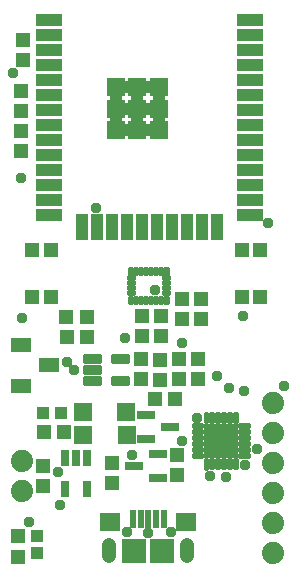
<source format=gbr>
G04 EAGLE Gerber RS-274X export*
G75*
%MOMM*%
%FSLAX34Y34*%
%LPD*%
%INSoldermask Top*%
%IPPOS*%
%AMOC8*
5,1,8,0,0,1.08239X$1,22.5*%
G01*
%ADD10R,1.203200X1.303200*%
%ADD11R,1.303200X1.203200*%
%ADD12R,1.603200X1.603200*%
%ADD13R,0.603200X1.553200*%
%ADD14R,1.803200X1.603200*%
%ADD15R,2.103200X2.103200*%
%ADD16C,0.703200*%
%ADD17C,1.211200*%
%ADD18C,1.879600*%
%ADD19R,1.003200X1.003200*%
%ADD20R,1.803200X1.203200*%
%ADD21R,0.762000X1.473200*%
%ADD22R,1.524000X0.762000*%
%ADD23C,0.222272*%
%ADD24R,2.203200X1.103200*%
%ADD25R,1.103200X2.203200*%
%ADD26R,1.533200X1.533200*%
%ADD27C,1.061200*%
%ADD28C,0.222334*%
%ADD29R,2.903200X2.903200*%
%ADD30C,1.011200*%
%ADD31C,0.297181*%
%ADD32R,1.203200X1.203200*%
%ADD33C,0.959600*%


D10*
X114900Y213600D03*
X114900Y196600D03*
X130700Y213800D03*
X130700Y196800D03*
X161900Y177400D03*
X161900Y160400D03*
X145900Y177200D03*
X145900Y160200D03*
X113900Y177400D03*
X113900Y160400D03*
X129900Y177000D03*
X129900Y160000D03*
D11*
X67800Y213100D03*
X50800Y213100D03*
D10*
X30900Y86600D03*
X30900Y69600D03*
D12*
X101600Y132600D03*
X64600Y132600D03*
X102100Y113600D03*
X65100Y113600D03*
D13*
X107000Y42150D03*
X113500Y42150D03*
X120000Y42150D03*
X126500Y42150D03*
X133000Y42150D03*
D14*
X88000Y39900D03*
X152000Y39900D03*
D15*
X108000Y15400D03*
X132000Y15400D03*
D16*
X87000Y15400D03*
X153000Y15400D03*
D17*
X87000Y10360D02*
X87000Y20440D01*
X153000Y20440D02*
X153000Y10360D01*
D18*
X13500Y91300D03*
X13500Y65900D03*
D19*
X26200Y13100D03*
X26200Y28100D03*
X31100Y131700D03*
X46100Y131700D03*
D10*
X12300Y387700D03*
X12300Y404700D03*
X9700Y27300D03*
X9700Y10300D03*
X12500Y353400D03*
X12500Y370400D03*
D11*
X142400Y143500D03*
X125400Y143500D03*
D10*
X144500Y96200D03*
X144500Y79200D03*
D11*
X50900Y196500D03*
X67900Y196500D03*
D10*
X148500Y228600D03*
X148500Y211600D03*
X164500Y228100D03*
X164500Y211100D03*
X89500Y72400D03*
X89500Y89400D03*
D11*
X32000Y115500D03*
X49000Y115500D03*
D20*
X35700Y172100D03*
X12700Y189600D03*
X12700Y154600D03*
D21*
X67998Y93354D03*
X58600Y93354D03*
X49202Y93354D03*
X49202Y67446D03*
X67998Y67446D03*
D22*
X117940Y130160D03*
X117940Y109840D03*
X138260Y120000D03*
X128660Y76940D03*
X128660Y97260D03*
X108340Y87100D03*
D23*
X133745Y225245D02*
X133745Y230355D01*
X136355Y230355D01*
X136355Y225245D01*
X133745Y225245D01*
X133745Y227357D02*
X136355Y227357D01*
X136355Y229469D02*
X133745Y229469D01*
X132145Y232245D02*
X137255Y232245D01*
X132145Y232245D02*
X132145Y234855D01*
X137255Y234855D01*
X137255Y232245D01*
X137255Y234357D02*
X132145Y234357D01*
X132145Y236545D02*
X137255Y236545D01*
X132145Y236545D02*
X132145Y239155D01*
X137255Y239155D01*
X137255Y236545D01*
X137255Y238657D02*
X132145Y238657D01*
X132145Y240845D02*
X137255Y240845D01*
X132145Y240845D02*
X132145Y243455D01*
X137255Y243455D01*
X137255Y240845D01*
X137255Y242957D02*
X132145Y242957D01*
X132145Y245145D02*
X137255Y245145D01*
X132145Y245145D02*
X132145Y247755D01*
X137255Y247755D01*
X137255Y245145D01*
X137255Y247257D02*
X132145Y247257D01*
X136355Y249645D02*
X136355Y254755D01*
X136355Y249645D02*
X133745Y249645D01*
X133745Y254755D01*
X136355Y254755D01*
X136355Y251757D02*
X133745Y251757D01*
X133745Y253869D02*
X136355Y253869D01*
X132055Y254755D02*
X132055Y249645D01*
X129445Y249645D01*
X129445Y254755D01*
X132055Y254755D01*
X132055Y251757D02*
X129445Y251757D01*
X129445Y253869D02*
X132055Y253869D01*
X127755Y254755D02*
X127755Y249645D01*
X125145Y249645D01*
X125145Y254755D01*
X127755Y254755D01*
X127755Y251757D02*
X125145Y251757D01*
X125145Y253869D02*
X127755Y253869D01*
X123455Y254755D02*
X123455Y249645D01*
X120845Y249645D01*
X120845Y254755D01*
X123455Y254755D01*
X123455Y251757D02*
X120845Y251757D01*
X120845Y253869D02*
X123455Y253869D01*
X119155Y254755D02*
X119155Y249645D01*
X116545Y249645D01*
X116545Y254755D01*
X119155Y254755D01*
X119155Y251757D02*
X116545Y251757D01*
X116545Y253869D02*
X119155Y253869D01*
X114855Y254755D02*
X114855Y249645D01*
X112245Y249645D01*
X112245Y254755D01*
X114855Y254755D01*
X114855Y251757D02*
X112245Y251757D01*
X112245Y253869D02*
X114855Y253869D01*
X110555Y254755D02*
X110555Y249645D01*
X107945Y249645D01*
X107945Y254755D01*
X110555Y254755D01*
X110555Y251757D02*
X107945Y251757D01*
X107945Y253869D02*
X110555Y253869D01*
X106255Y254755D02*
X106255Y249645D01*
X103645Y249645D01*
X103645Y254755D01*
X106255Y254755D01*
X106255Y251757D02*
X103645Y251757D01*
X103645Y253869D02*
X106255Y253869D01*
X107855Y247755D02*
X102745Y247755D01*
X107855Y247755D02*
X107855Y245145D01*
X102745Y245145D01*
X102745Y247755D01*
X102745Y247257D02*
X107855Y247257D01*
X107855Y243455D02*
X102745Y243455D01*
X107855Y243455D02*
X107855Y240845D01*
X102745Y240845D01*
X102745Y243455D01*
X102745Y242957D02*
X107855Y242957D01*
X107855Y239155D02*
X102745Y239155D01*
X107855Y239155D02*
X107855Y236545D01*
X102745Y236545D01*
X102745Y239155D01*
X102745Y238657D02*
X107855Y238657D01*
X107855Y234855D02*
X102745Y234855D01*
X107855Y234855D02*
X107855Y232245D01*
X102745Y232245D01*
X102745Y234855D01*
X102745Y234357D02*
X107855Y234357D01*
X103645Y230355D02*
X103645Y225245D01*
X103645Y230355D02*
X106255Y230355D01*
X106255Y225245D01*
X103645Y225245D01*
X103645Y227357D02*
X106255Y227357D01*
X106255Y229469D02*
X103645Y229469D01*
X107945Y230355D02*
X107945Y225245D01*
X107945Y230355D02*
X110555Y230355D01*
X110555Y225245D01*
X107945Y225245D01*
X107945Y227357D02*
X110555Y227357D01*
X110555Y229469D02*
X107945Y229469D01*
X112245Y230355D02*
X112245Y225245D01*
X112245Y230355D02*
X114855Y230355D01*
X114855Y225245D01*
X112245Y225245D01*
X112245Y227357D02*
X114855Y227357D01*
X114855Y229469D02*
X112245Y229469D01*
X116545Y230355D02*
X116545Y225245D01*
X116545Y230355D02*
X119155Y230355D01*
X119155Y225245D01*
X116545Y225245D01*
X116545Y227357D02*
X119155Y227357D01*
X119155Y229469D02*
X116545Y229469D01*
X120845Y230355D02*
X120845Y225245D01*
X120845Y230355D02*
X123455Y230355D01*
X123455Y225245D01*
X120845Y225245D01*
X120845Y227357D02*
X123455Y227357D01*
X123455Y229469D02*
X120845Y229469D01*
X125145Y230355D02*
X125145Y225245D01*
X125145Y230355D02*
X127755Y230355D01*
X127755Y225245D01*
X125145Y225245D01*
X125145Y227357D02*
X127755Y227357D01*
X127755Y229469D02*
X125145Y229469D01*
X129445Y230355D02*
X129445Y225245D01*
X129445Y230355D02*
X132055Y230355D01*
X132055Y225245D01*
X129445Y225245D01*
X129445Y227357D02*
X132055Y227357D01*
X132055Y229469D02*
X129445Y229469D01*
D24*
X35800Y464500D03*
X35800Y451800D03*
X35800Y439100D03*
X35800Y426400D03*
X35800Y413700D03*
X35800Y401000D03*
X35800Y388300D03*
X35800Y375600D03*
X35800Y362900D03*
X35800Y350200D03*
X35800Y337500D03*
X35800Y324800D03*
X35800Y312100D03*
X35800Y299400D03*
D25*
X63650Y289400D03*
X76350Y289400D03*
X89050Y289400D03*
X101750Y289400D03*
X114450Y289400D03*
X127150Y289400D03*
X139850Y289400D03*
X152550Y289400D03*
X165250Y289400D03*
X177950Y289400D03*
D24*
X205800Y299400D03*
X205800Y312100D03*
X205800Y324800D03*
X205800Y337500D03*
X205800Y350200D03*
X205800Y362900D03*
X205800Y375600D03*
X205800Y388300D03*
X205800Y401000D03*
X205800Y413700D03*
X205800Y426400D03*
X205800Y439100D03*
X205800Y451800D03*
X205800Y464500D03*
D26*
X92450Y407850D03*
X110800Y407850D03*
X129150Y407850D03*
X92450Y389500D03*
X110800Y389500D03*
X129150Y389500D03*
X92450Y371150D03*
X110800Y371150D03*
X129150Y371150D03*
D27*
X101625Y407850D03*
X119975Y407850D03*
X92450Y398675D03*
X110800Y398675D03*
X129150Y398675D03*
X101625Y389500D03*
X119975Y389500D03*
X92450Y380325D03*
X110800Y380325D03*
X129150Y380325D03*
X101625Y371150D03*
X119975Y371150D03*
D28*
X180105Y92955D02*
X180105Y84945D01*
X177695Y84945D01*
X177695Y92955D01*
X180105Y92955D01*
X180105Y87057D02*
X177695Y87057D01*
X177695Y89169D02*
X180105Y89169D01*
X180105Y91281D02*
X177695Y91281D01*
X175105Y92955D02*
X175105Y84945D01*
X172695Y84945D01*
X172695Y92955D01*
X175105Y92955D01*
X175105Y87057D02*
X172695Y87057D01*
X172695Y89169D02*
X175105Y89169D01*
X175105Y91281D02*
X172695Y91281D01*
X170105Y92905D02*
X170105Y84695D01*
X167695Y84695D01*
X167695Y92905D01*
X170105Y92905D01*
X170105Y86807D02*
X167695Y86807D01*
X167695Y88919D02*
X170105Y88919D01*
X170105Y91031D02*
X167695Y91031D01*
X185105Y92955D02*
X185105Y84945D01*
X182695Y84945D01*
X182695Y92955D01*
X185105Y92955D01*
X185105Y87057D02*
X182695Y87057D01*
X182695Y89169D02*
X185105Y89169D01*
X185105Y91281D02*
X182695Y91281D01*
X190105Y92955D02*
X190105Y84945D01*
X187695Y84945D01*
X187695Y92955D01*
X190105Y92955D01*
X190105Y87057D02*
X187695Y87057D01*
X187695Y89169D02*
X190105Y89169D01*
X190105Y91281D02*
X187695Y91281D01*
X195105Y92955D02*
X195105Y84945D01*
X192695Y84945D01*
X192695Y92955D01*
X195105Y92955D01*
X195105Y87057D02*
X192695Y87057D01*
X192695Y89169D02*
X195105Y89169D01*
X195105Y91281D02*
X192695Y91281D01*
X196945Y107205D02*
X204955Y107205D01*
X204955Y104795D01*
X196945Y104795D01*
X196945Y107205D01*
X196945Y106907D02*
X204955Y106907D01*
X204955Y102205D02*
X196945Y102205D01*
X204955Y102205D02*
X204955Y99795D01*
X196945Y99795D01*
X196945Y102205D01*
X196945Y101907D02*
X204955Y101907D01*
X204955Y97205D02*
X196945Y97205D01*
X204955Y97205D02*
X204955Y94795D01*
X196945Y94795D01*
X196945Y97205D01*
X196945Y96907D02*
X204955Y96907D01*
X204955Y112205D02*
X196945Y112205D01*
X204955Y112205D02*
X204955Y109795D01*
X196945Y109795D01*
X196945Y112205D01*
X196945Y111907D02*
X204955Y111907D01*
X204955Y117205D02*
X196945Y117205D01*
X204955Y117205D02*
X204955Y114795D01*
X196945Y114795D01*
X196945Y117205D01*
X196945Y116907D02*
X204955Y116907D01*
X204955Y122205D02*
X196945Y122205D01*
X204955Y122205D02*
X204955Y119795D01*
X196945Y119795D01*
X196945Y122205D01*
X196945Y121907D02*
X204955Y121907D01*
X182695Y124045D02*
X182695Y132055D01*
X185105Y132055D01*
X185105Y124045D01*
X182695Y124045D01*
X182695Y126157D02*
X185105Y126157D01*
X185105Y128269D02*
X182695Y128269D01*
X182695Y130381D02*
X185105Y130381D01*
X187695Y132055D02*
X187695Y124045D01*
X187695Y132055D02*
X190105Y132055D01*
X190105Y124045D01*
X187695Y124045D01*
X187695Y126157D02*
X190105Y126157D01*
X190105Y128269D02*
X187695Y128269D01*
X187695Y130381D02*
X190105Y130381D01*
X192695Y132055D02*
X192695Y124045D01*
X192695Y132055D02*
X195105Y132055D01*
X195105Y124045D01*
X192695Y124045D01*
X192695Y126157D02*
X195105Y126157D01*
X195105Y128269D02*
X192695Y128269D01*
X192695Y130381D02*
X195105Y130381D01*
X177695Y132055D02*
X177695Y124045D01*
X177695Y132055D02*
X180105Y132055D01*
X180105Y124045D01*
X177695Y124045D01*
X177695Y126157D02*
X180105Y126157D01*
X180105Y128269D02*
X177695Y128269D01*
X177695Y130381D02*
X180105Y130381D01*
X172695Y132055D02*
X172695Y124045D01*
X172695Y132055D02*
X175105Y132055D01*
X175105Y124045D01*
X172695Y124045D01*
X172695Y126157D02*
X175105Y126157D01*
X175105Y128269D02*
X172695Y128269D01*
X172695Y130381D02*
X175105Y130381D01*
X167695Y132055D02*
X167695Y124045D01*
X167695Y132055D02*
X170105Y132055D01*
X170105Y124045D01*
X167695Y124045D01*
X167695Y126157D02*
X170105Y126157D01*
X170105Y128269D02*
X167695Y128269D01*
X167695Y130381D02*
X170105Y130381D01*
X165855Y109795D02*
X157845Y109795D01*
X157845Y112205D01*
X165855Y112205D01*
X165855Y109795D01*
X165855Y111907D02*
X157845Y111907D01*
X157845Y114795D02*
X165855Y114795D01*
X157845Y114795D02*
X157845Y117205D01*
X165855Y117205D01*
X165855Y114795D01*
X165855Y116907D02*
X157845Y116907D01*
X157845Y119795D02*
X165855Y119795D01*
X157845Y119795D02*
X157845Y122205D01*
X165855Y122205D01*
X165855Y119795D01*
X165855Y121907D02*
X157845Y121907D01*
X157845Y104795D02*
X165855Y104795D01*
X157845Y104795D02*
X157845Y107205D01*
X165855Y107205D01*
X165855Y104795D01*
X165855Y106907D02*
X157845Y106907D01*
X157845Y99795D02*
X165855Y99795D01*
X157845Y99795D02*
X157845Y102205D01*
X165855Y102205D01*
X165855Y99795D01*
X165855Y101907D02*
X157845Y101907D01*
X157845Y94795D02*
X165855Y94795D01*
X157845Y94795D02*
X157845Y97205D01*
X165855Y97205D01*
X165855Y94795D01*
X165855Y96907D02*
X157845Y96907D01*
D29*
X181400Y108500D03*
D30*
X181400Y108500D03*
X172400Y99500D03*
X172400Y117500D03*
X190400Y117500D03*
X190400Y99500D03*
D31*
X66370Y175270D02*
X66370Y180330D01*
X78930Y180330D01*
X78930Y175270D01*
X66370Y175270D01*
X66370Y178093D02*
X78930Y178093D01*
X66370Y170830D02*
X66370Y165770D01*
X66370Y170830D02*
X78930Y170830D01*
X78930Y165770D01*
X66370Y165770D01*
X66370Y168593D02*
X78930Y168593D01*
X66370Y161330D02*
X66370Y156270D01*
X66370Y161330D02*
X78930Y161330D01*
X78930Y156270D01*
X66370Y156270D01*
X66370Y159093D02*
X78930Y159093D01*
X90070Y161330D02*
X90070Y156270D01*
X90070Y161330D02*
X102630Y161330D01*
X102630Y156270D01*
X90070Y156270D01*
X90070Y159093D02*
X102630Y159093D01*
X90070Y175270D02*
X90070Y180330D01*
X102630Y180330D01*
X102630Y175270D01*
X90070Y175270D01*
X90070Y178093D02*
X102630Y178093D01*
D18*
X226000Y13500D03*
X226000Y38900D03*
X226000Y64300D03*
X226000Y89700D03*
X226000Y115100D03*
X226000Y140500D03*
D32*
X22000Y270000D03*
X38000Y270000D03*
X38000Y230000D03*
X22000Y230000D03*
X199000Y270000D03*
X215000Y270000D03*
X215000Y230000D03*
X199000Y230000D03*
D10*
X14000Y430500D03*
X14000Y447500D03*
D33*
X172086Y78798D03*
X185714Y78000D03*
X102000Y31000D03*
X212000Y101000D03*
X57000Y168000D03*
X51000Y175000D03*
X44000Y82000D03*
X45000Y54000D03*
X139000Y31000D03*
X120000Y30000D03*
X178000Y163000D03*
X188000Y153000D03*
X100000Y195000D03*
X13000Y212000D03*
X12000Y331000D03*
X200000Y214000D03*
X202000Y88000D03*
X201000Y150402D03*
X148900Y191000D03*
X125815Y235998D03*
X149000Y108000D03*
X161000Y128000D03*
X221711Y292711D03*
X234694Y155000D03*
X106000Y96000D03*
X5306Y420000D03*
X19322Y39322D03*
X76000Y305000D03*
M02*

</source>
